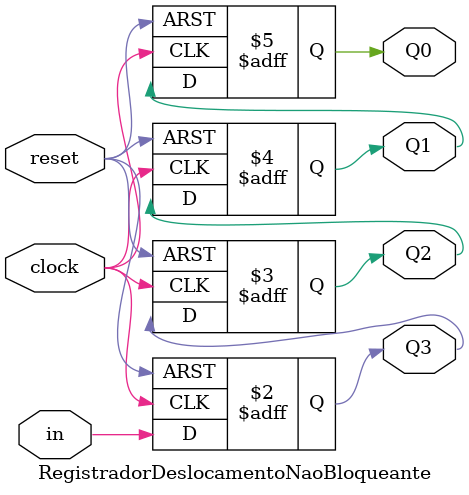
<source format=v>
/* RegistradorDeslocamentoNaoBloqueante.v
	
Nomes: Diogo Emanuel, Guilherme Augusto, Luiz Eduardo
Data: 27/01/2022

Descricao do modulo:
Utiliza o modelo comportamental para criar um registrador de deslocamento de quatro bits, utilizando
o operador de atribuicao não bloqueante.

Entradas:
in - Entrada de dados inicial
reset - Entrada de reset para zerar o registrador e reinicializar o deslocamento
clock - Entrada de clock para atualizar o registrador

Saidas:
Q0 - Saida do registrador n°1 
Q1 - Saida do registrador n°2 
Q2 - Saida do registrador n°3
Q3 - Saida do registrador n°4 
*/

module RegistradorDeslocamentoNaoBloqueante(
  input in,
  input reset,
  input clock,

  output reg Q3,
  output reg Q2,
  output reg Q1,
  output reg Q0
);

always @(posedge clock or posedge reset) 
  begin
    if(reset) 
      begin
        Q3 <= 0;
        Q2 <= 0;
        Q1 <= 0;
        Q0 <= 0;
      end // if
    else 
      begin
        if (clock) 
          begin
            Q3 <= in;
            Q2 <= Q3;
            Q1 <= Q2;
            Q0 <= Q1;
          end // if
      end // end else
  end // always  

endmodule
</source>
